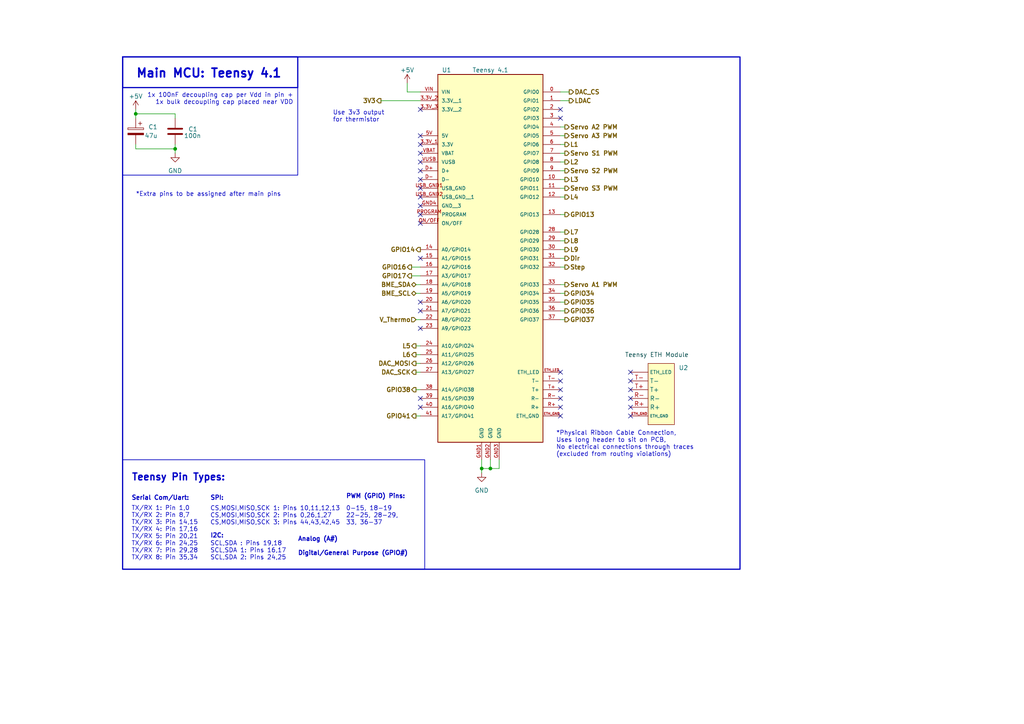
<source format=kicad_sch>
(kicad_sch (version 20230121) (generator eeschema)
  (paper "A4")
  (title_block (title "MCU: Teensy 4.1") (date "2023-11-28") (rev "2") (company "Matthew Szalawiga"))
  (lib_symbols
    (symbol "Device:C" (pin_numbers hide) (pin_names (offset 0.254))
      (property "Reference" "C" (at 0.635 2.54 0))
      (property "Value" "C" (at 0.635 -2.54 0))
      (symbol "C_0_1"
        (polyline (pts (xy -2.032 -0.762) (xy 2.032 -0.762)) (stroke (width 0.508)))
        (polyline (pts (xy -2.032 0.762) (xy 2.032 0.762)) (stroke (width 0.508)))
      )
      (symbol "C_1_1"
        (pin passive line (at 0 3.81 270) (length 2.794) (name "~") (number "1"))
        (pin passive line (at 0 -3.81 90) (length 2.794) (name "~") (number "2"))
      )
    )
    (symbol "Device:C_Polarized" (pin_numbers hide) (pin_names (offset 0.254))
      (property "Reference" "C" (at 0.635 2.54 0))
      (property "Value" "C_Polarized" (at 0.635 -2.54 0))
      (symbol "C_Polarized_0_1"
        (rectangle (start -2.286 0.508) (end 2.286 1.016))
        (polyline (pts (xy -1.778 2.286) (xy -0.762 2.286)))
        (polyline (pts (xy -1.27 2.794) (xy -1.27 1.778)))
        (rectangle (start 2.286 -0.508) (end -2.286 -1.016) (fill (type outline)))
      )
      (symbol "C_Polarized_1_1"
        (pin passive line (at 0 3.81 270) (length 2.794) (name "~") (number "1"))
        (pin passive line (at 0 -3.81 90) (length 2.794) (name "~") (number "2"))
      )
    )
    (symbol "Schematic_Lib:Teensy_ETH_Module"
      (property "Reference" "U" (at 5.08 -15.24 0))
      (symbol "Teensy_ETH_Module_0_1"
        (rectangle (start -5.08 0) (end 2.54 -17.78) (fill (type background)))
        (text "Teensy ETH Module" (at -2.54 2.54 0) (effects (font (size 1.27 1.27))))
      )
      (symbol "Teensy_ETH_Module_1_1"
        (pin input line (at -10.16 -2.54 0) (length 5.08) (name "ETH_LED") (number ""))
        (pin input line (at -10.16 -15.24 0) (length 5.08) (name "ETH_GND") (number "ETH_GND"))
        (pin bidirectional line (at -10.16 -12.7 0) (length 5.08) (name "R+") (number "R+"))
        (pin bidirectional line (at -10.16 -10.16 0) (length 5.08) (name "R-") (number "R-"))
        (pin bidirectional line (at -10.16 -7.62 0) (length 5.08) (name "T+") (number "T+"))
        (pin bidirectional line (at -10.16 -5.08 0) (length 5.08) (name "T-") (number "T-"))
      )
    )
    (symbol "Teensy4-1:DEV-16771" (pin_names (offset 1.016))
      (property "Reference" "U1" (at 0 54.61 0))
      (property "Value" "Teensy 4.1" (at 0 52.07 0))
      (symbol "DEV-16771_0_0"
        (rectangle (start -15.24 50.8) (end 15.24 -55.88) (stroke (width 0.254)) (fill (type background)))
        (pin bidirectional line (at 20.32 45.72 180) (length 5.08) (name "GPIO0") (number "0"))
        (pin bidirectional line (at 20.32 43.18 180) (length 5.08) (name "GPIO1") (number "1"))
        (pin bidirectional line (at 20.32 20.32 180) (length 5.08) (name "GPIO10") (number "10"))
        (pin bidirectional line (at 20.32 17.78 180) (length 5.08) (name "GPIO11") (number "11"))
        (pin bidirectional line (at 20.32 15.24 180) (length 5.08) (name "GPIO12") (number "12"))
        (pin bidirectional line (at 20.32 10.16 180) (length 5.08) (name "GPIO13") (number "13"))
        (pin bidirectional line (at -20.32 0 0) (length 5.08) (name "A0/GPIO14") (number "14"))
        (pin bidirectional line (at -20.32 -2.54 0) (length 5.08) (name "A1/GPIO15") (number "15"))
        (pin bidirectional line (at -20.32 -5.08 0) (length 5.08) (name "A2/GPIO16") (number "16"))
        (pin bidirectional line (at -20.32 -7.62 0) (length 5.08) (name "A3/GPIO17") (number "17"))
        (pin bidirectional line (at -20.32 -10.16 0) (length 5.08) (name "A4/GPIO18") (number "18"))
        (pin bidirectional line (at -20.32 -12.7 0) (length 5.08) (name "A5/GPIO19") (number "19"))
        (pin output line (at 20.32 40.64 180) (length 5.08) (name "GPIO2") (number "2"))
        (pin bidirectional line (at -20.32 -15.24 0) (length 5.08) (name "A6/GPIO20") (number "20"))
        (pin bidirectional line (at -20.32 -17.78 0) (length 5.08) (name "A7/GPIO21") (number "21"))
        (pin bidirectional line (at -20.32 -20.32 0) (length 5.08) (name "A8/GPIO22") (number "22"))
        (pin bidirectional line (at -20.32 -22.86 0) (length 5.08) (name "A9/GPIO23") (number "23"))
        (pin bidirectional line (at -20.32 -27.94 0) (length 5.08) (name "A10/GPIO24") (number "24"))
        (pin bidirectional line (at -20.32 -30.48 0) (length 5.08) (name "A11/GPIO25") (number "25"))
        (pin bidirectional line (at -20.32 -33.02 0) (length 5.08) (name "A12/GPIO26") (number "26"))
        (pin bidirectional line (at -20.32 -35.56 0) (length 5.08) (name "A13/GPIO27") (number "27"))
        (pin bidirectional line (at 20.32 5.08 180) (length 5.08) (name "GPIO28") (number "28"))
        (pin bidirectional line (at 20.32 2.54 180) (length 5.08) (name "GPIO29") (number "29"))
        (pin bidirectional line (at 20.32 38.1 180) (length 5.08) (name "GPIO3") (number "3"))
        (pin power_in line (at -20.32 30.48 0) (length 5.08) (name "3.3V") (number "3.3V_1"))
        (pin power_out line (at -20.32 43.18 0) (length 5.08) (name "3.3V__1") (number "3.3V_2"))
        (pin power_out line (at -20.32 40.64 0) (length 5.08) (name "3.3V__2") (number "3.3V_3"))
        (pin bidirectional line (at 20.32 0 180) (length 5.08) (name "GPIO30") (number "30"))
        (pin bidirectional line (at 20.32 -2.54 180) (length 5.08) (name "GPIO31") (number "31"))
        (pin bidirectional line (at 20.32 -5.08 180) (length 5.08) (name "GPIO32") (number "32"))
        (pin bidirectional line (at 20.32 -10.16 180) (length 5.08) (name "GPIO33") (number "33"))
        (pin bidirectional line (at 20.32 -12.7 180) (length 5.08) (name "GPIO34") (number "34"))
        (pin bidirectional line (at 20.32 -15.24 180) (length 5.08) (name "GPIO35") (number "35"))
        (pin bidirectional line (at 20.32 -17.78 180) (length 5.08) (name "GPIO36") (number "36"))
        (pin bidirectional line (at 20.32 -20.32 180) (length 5.08) (name "GPIO37") (number "37"))
        (pin bidirectional line (at -20.32 -40.64 0) (length 5.08) (name "A14/GPIO38") (number "38"))
        (pin bidirectional line (at -20.32 -43.18 0) (length 5.08) (name "A15/GPIO39") (number "39"))
        (pin bidirectional line (at 20.32 35.56 180) (length 5.08) (name "GPIO4") (number "4"))
        (pin bidirectional line (at -20.32 -45.72 0) (length 5.08) (name "A16/GPIO40") (number "40"))
        (pin bidirectional line (at -20.32 -48.26 0) (length 5.08) (name "A17/GPIO41") (number "41"))
        (pin bidirectional line (at 20.32 33.02 180) (length 5.08) (name "GPIO5") (number "5"))
        (pin power_in line (at -20.32 33.02 0) (length 5.08) (name "5V") (number "5V"))
        (pin bidirectional line (at 20.32 30.48 180) (length 5.08) (name "GPIO6") (number "6"))
        (pin bidirectional line (at 20.32 27.94 180) (length 5.08) (name "GPIO7") (number "7"))
        (pin bidirectional line (at 20.32 25.4 180) (length 5.08) (name "GPIO8") (number "8"))
        (pin bidirectional line (at 20.32 22.86 180) (length 5.08) (name "GPIO9") (number "9"))
        (pin bidirectional line (at -20.32 22.86 0) (length 5.08) (name "D+") (number "D+"))
        (pin bidirectional line (at -20.32 20.32 0) (length 5.08) (name "D-") (number "D-"))
        (pin power_in line (at 20.32 -48.26 180) (length 5.08) (name "ETH_GND") (number "ETH_GND"))
        (pin bidirectional line (at 20.32 -35.56 180) (length 5.08) (name "ETH_LED") (number "ETH_LED"))
        (pin power_in line (at -2.54 -60.96 90) (length 5.08) (name "GND") (number "GND1"))
        (pin power_in line (at 0 -60.96 90) (length 5.08) (name "GND") (number "GND2"))
        (pin power_in line (at 2.54 -60.96 90) (length 5.08) (name "GND") (number "GND3"))
        (pin power_in line (at -20.32 12.7 0) (length 5.08) (name "GND__3") (number "GND4"))
        (pin bidirectional line (at -20.32 7.62 0) (length 5.08) (name "ON/OFF") (number "ON/OFF"))
        (pin bidirectional line (at -20.32 10.16 0) (length 5.08) (name "PROGRAM") (number "PROGRAM"))
        (pin bidirectional line (at 20.32 -45.72 180) (length 5.08) (name "R+") (number "R+"))
        (pin bidirectional line (at 20.32 -43.18 180) (length 5.08) (name "R-") (number "R-"))
        (pin bidirectional line (at 20.32 -40.64 180) (length 5.08) (name "T+") (number "T+"))
        (pin bidirectional line (at 20.32 -38.1 180) (length 5.08) (name "T-") (number "T-"))
        (pin power_in line (at -20.32 17.78 0) (length 5.08) (name "USB_GND") (number "USB_GND1"))
        (pin power_in line (at -20.32 15.24 0) (length 5.08) (name "USB_GND__1") (number "USB_GND2"))
        (pin passive line (at -20.32 27.94 0) (length 5.08) (name "VBAT") (number "VBAT"))
        (pin input line (at -20.32 45.72 0) (length 5.08) (name "VIN") (number "VIN"))
        (pin passive line (at -20.32 25.4 0) (length 5.08) (name "VUSB") (number "VUSB"))
      )
    )
    (symbol "power:+5V" (power) (pin_names (offset 0))
      (property "Value" "+5V" (at 0 3.556 0))
      (symbol "+5V_0_1"
        (polyline (pts (xy -0.762 1.27) (xy 0 2.54)))
        (polyline (pts (xy 0 0) (xy 0 2.54)))
        (polyline (pts (xy 0 2.54) (xy 0.762 1.27)))
      )
      (symbol "+5V_1_1"
        (pin power_in line (at 0 0 90) (length 0) hide (name "+5V") (number "1"))
      )
    )
    (symbol "power:GND" (power) (pin_names (offset 0))
      (property "Value" "GND" (at 0 -3.81 0))
      (symbol "GND_0_1"
        (polyline (pts (xy 0 0) (xy 0 -1.27) (xy 1.27 -1.27) (xy 0 -2.54) (xy -1.27 -1.27) (xy 0 -1.27)))
      )
      (symbol "GND_1_1"
        (pin power_in line (at 0 0 270) (length 0) hide (name "GND") (number "1"))
      )
    )
  )
  (junction (at 50.8 43.18))
  (junction (at 142.24 135.89))
  (junction (at 139.7 135.89))
  (junction (at 39.37 33.02))
  (no_connect (at 182.88 113.03))
  (no_connect (at 162.56 34.29))
  (no_connect (at 162.56 107.95))
  (no_connect (at 121.92 87.63))
  (no_connect (at 121.92 62.23))
  (no_connect (at 182.88 118.11))
  (no_connect (at 121.92 90.17))
  (no_connect (at 162.56 118.11))
  (no_connect (at 121.92 49.53))
  (no_connect (at 182.88 107.95))
  (no_connect (at 121.92 46.99))
  (no_connect (at 121.92 31.75))
  (no_connect (at 162.56 120.65))
  (no_connect (at 121.92 95.25))
  (no_connect (at 121.92 57.15))
  (no_connect (at 121.92 41.91))
  (no_connect (at 121.92 52.07))
  (no_connect (at 121.92 118.11))
  (no_connect (at 162.56 110.49))
  (no_connect (at 121.92 74.93))
  (no_connect (at 162.56 115.57))
  (no_connect (at 121.92 115.57))
  (no_connect (at 162.56 31.75))
  (no_connect (at 121.92 59.69))
  (no_connect (at 121.92 64.77))
  (no_connect (at 182.88 110.49))
  (no_connect (at 162.56 113.03))
  (no_connect (at 182.88 115.57))
  (no_connect (at 182.88 120.65))
  (no_connect (at 121.92 39.37))
  (no_connect (at 121.92 44.45))
  (no_connect (at 121.92 54.61))
  (wire (pts (xy 50.8 41.91) (xy 50.8 43.18)))
  (wire (pts (xy 142.24 135.89) (xy 139.7 135.89)))
  (wire (pts (xy 39.37 31.75) (xy 39.37 33.02)))
  (wire (pts (xy 50.8 43.18) (xy 50.8 44.45)))
  (wire (pts (xy 163.83 52.07) (xy 162.56 52.07)))
  (wire (pts (xy 120.65 92.71) (xy 121.92 92.71)))
  (wire (pts (xy 120.65 82.55) (xy 121.92 82.55)))
  (wire (pts (xy 120.65 105.41) (xy 121.92 105.41)))
  (wire (pts (xy 144.78 135.89) (xy 142.24 135.89)))
  (wire (pts (xy 163.83 74.93) (xy 162.56 74.93)))
  (wire (pts (xy 163.83 62.23) (xy 162.56 62.23)))
  (wire (pts (xy 139.7 135.89) (xy 139.7 137.16)))
  (wire (pts (xy 163.83 90.17) (xy 162.56 90.17)))
  (wire (pts (xy 163.83 69.85) (xy 162.56 69.85)))
  (wire (pts (xy 163.83 41.91) (xy 162.56 41.91)))
  (wire (pts (xy 119.38 80.01) (xy 121.92 80.01)))
  (wire (pts (xy 120.65 120.65) (xy 121.92 120.65)))
  (wire (pts (xy 120.65 100.33) (xy 121.92 100.33)))
  (wire (pts (xy 110.49 29.21) (xy 121.92 29.21)))
  (wire (pts (xy 163.83 85.09) (xy 162.56 85.09)))
  (wire (pts (xy 163.83 92.71) (xy 162.56 92.71)))
  (wire (pts (xy 163.83 72.39) (xy 162.56 72.39)))
  (wire (pts (xy 118.11 26.67) (xy 118.11 24.13)))
  (wire (pts (xy 119.38 77.47) (xy 121.92 77.47)))
  (wire (pts (xy 163.83 39.37) (xy 162.56 39.37)))
  (wire (pts (xy 142.24 133.35) (xy 142.24 135.89)))
  (wire (pts (xy 144.78 133.35) (xy 144.78 135.89)))
  (wire (pts (xy 120.65 113.03) (xy 121.92 113.03)))
  (wire (pts (xy 163.83 46.99) (xy 162.56 46.99)))
  (wire (pts (xy 120.65 107.95) (xy 121.92 107.95)))
  (wire (pts (xy 50.8 33.02) (xy 50.8 34.29)))
  (wire (pts (xy 163.83 82.55) (xy 162.56 82.55)))
  (wire (pts (xy 120.65 85.09) (xy 121.92 85.09)))
  (wire (pts (xy 121.92 26.67) (xy 118.11 26.67)))
  (wire (pts (xy 139.7 133.35) (xy 139.7 135.89)))
  (wire (pts (xy 39.37 33.02) (xy 50.8 33.02)))
  (wire (pts (xy 163.83 44.45) (xy 162.56 44.45)))
  (wire (pts (xy 39.37 43.18) (xy 50.8 43.18)))
  (wire (pts (xy 39.37 41.91) (xy 39.37 43.18)))
  (wire (pts (xy 163.83 87.63) (xy 162.56 87.63)))
  (wire (pts (xy 163.83 36.83) (xy 162.56 36.83)))
  (wire (pts (xy 163.83 49.53) (xy 162.56 49.53)))
  (wire (pts (xy 163.83 67.31) (xy 162.56 67.31)))
  (wire (pts (xy 120.65 102.87) (xy 121.92 102.87)))
  (wire (pts (xy 163.83 57.15) (xy 162.56 57.15)))
  (wire (pts (xy 165.1 29.21) (xy 162.56 29.21)))
  (wire (pts (xy 163.83 77.47) (xy 162.56 77.47)))
  (wire (pts (xy 165.1 26.67) (xy 162.56 26.67)))
  (wire (pts (xy 163.83 54.61) (xy 162.56 54.61)))
  (wire (pts (xy 39.37 33.02) (xy 39.37 34.29)))
  (rectangle (start 35.56 133.35) (end 123.19 165.1) (stroke (width 0.2)))
  (rectangle (start 35.56 16.51) (end 214.63 165.1) (stroke (width 0.35)))
  (rectangle (start 35.56 25.4) (end 86.36 50.8) (stroke (width 0.2)))
  (rectangle (start 35.56 16.51) (end 86.36 25.4) (stroke (width 0.35)))
  (text "1x 100nF decoupling cap per Vdd in pin +\n1x bulk decoupling cap placed near VDD" (at 85.09 30.48 0) (effects (font (size 1.27 1.27)) (justify right bottom)))
  (text "SCL,SDA : Pins 19,18\nSCL,SDA 1: Pins 16,17\nSCL,SDA 2: Pins 24,25" (at 60.96 162.56 0) (effects (font (size 1.27 1.27)) (justify left bottom)))
  (text "Analog (A#)\n\nDigital/General Purpose (GPIO#)" (at 86.36 161.29 0) (effects (font (size 1.27 1.27) (thickness 0.254) bold) (justify left bottom)))
  (text "*Physical Ribbon Cable Connection, \nUses long header to sit on PCB,\nNo electrical connections through traces \n(excluded from routing violations)\n\n" (at 161.29 134.62 0) (effects (font (size 1.27 1.27)) (justify left bottom)))
  (text "0-15, 18-19\n22-25, 28-29,\n33, 36-37" (at 100.33 152.4 0) (effects (font (size 1.27 1.27)) (justify left bottom)))
  (text "I2C:" (at 60.96 156.21 0) (effects (font (size 1.27 1.27) bold) (justify left bottom)))
  (text "\nTX/RX 1: Pin 1,0\nTX/RX 2: Pin 8,7\nTX/RX 3: Pin 14,15\nTX/RX 4: Pin 17,16\nTX/RX 5: Pin 20,21\nTX/RX 6: Pin 24,25\nTX/RX 7: Pin 29,28\nTX/RX 8: Pin 35,34" (at 38.1 162.56 0) (effects (font (size 1.27 1.27)) (justify left bottom)))
  (text "Serial Com/Uart:\n\n" (at 38.1 147.32 0) (effects (font (size 1.27 1.27) (thickness 0.254) bold) (justify left bottom)))
  (text "Teensy Pin Types:" (at 38.1 139.7 0) (effects (font (size 2 2) (thickness 0.4) bold) (justify left bottom)))
  (text "*Extra pins to be assigned after main pins" (at 39.37 57.15 0) (effects (font (size 1.27 1.27)) (justify left bottom)))
  (text "Use 3v3 output\nfor thermistor\n" (at 96.52 35.56 0) (effects (font (size 1.27 1.27)) (justify left bottom)))
  (text "Main MCU: Teensy 4.1" (at 39.37 22.86 0) (effects (font (size 2.5 2.5) bold) (justify left bottom)))
  (text "CS,MOSI,MISO,SCK 1: Pins 10,11,12,13\nCS,MOSI,MISO,SCK 2: Pins 0,26,1,27\nCS,MOSI,MISO,SCK 3: Pins 44,43,42,45" (at 60.96 152.4 0) (effects (font (size 1.27 1.27)) (justify left bottom)))
  (text "PWM (GPIO) Pins:" (at 100.33 144.78 0) (effects (font (size 1.27 1.27) bold) (justify left bottom)))
  (text "SPI:\n\n" (at 60.96 147.32 0) (effects (font (size 1.27 1.27) (thickness 0.254) bold) (justify left bottom)))
  (hierarchical_label "LDAC" (shape output) (at 165.1 29.21 0) (effects (font bold)))
  (hierarchical_label "BME_SDA" (shape bidirectional) (at 120.65 82.55 180) (effects (font (thickness 0.254) bold)))
  (hierarchical_label "DAC_CS" (shape output) (at 165.1 26.67 0) (effects (font bold)))
  (hierarchical_label "Servo A1 PWM" (shape output) (at 163.83 82.55 0) (effects (font bold)))
  (hierarchical_label "Servo S2 PWM" (shape output) (at 163.83 49.53 0) (effects (font bold)))
  (hierarchical_label "Dir" (shape output) (at 163.83 74.93 0) (effects (font bold)))
  (hierarchical_label "GPIO37" (shape output) (at 163.83 92.71 0) (effects (font (thickness 0.254) bold)))
  (hierarchical_label "Servo S1 PWM" (shape output) (at 163.83 44.45 0) (effects (font bold)))
  (hierarchical_label "L4" (shape output) (at 163.83 57.15 0) (effects (font (thickness 0.254) bold)))
  (hierarchical_label "L6" (shape output) (at 120.65 102.87 180) (effects (font (thickness 0.254) bold)))
  (hierarchical_label "GPIO38" (shape output) (at 120.65 113.03 180) (effects (font (thickness 0.254) bold)))
  (hierarchical_label "GPIO17" (shape output) (at 119.38 80.01 180) (effects (font (thickness 0.254) bold)))
  (hierarchical_label "Servo S3 PWM" (shape output) (at 163.83 54.61 0) (effects (font bold)))
  (hierarchical_label "Servo A3 PWM" (shape output) (at 163.83 39.37 0) (effects (font bold)))
  (hierarchical_label "L9" (shape output) (at 163.83 72.39 0) (effects (font (thickness 0.254) bold)))
  (hierarchical_label "Step" (shape output) (at 163.83 77.47 0) (effects (font bold)))
  (hierarchical_label "DAC_MOSI" (shape output) (at 120.65 105.41 180) (effects (font bold)))
  (hierarchical_label "GPIO13" (shape output) (at 163.83 62.23 0) (effects (font (thickness 0.254) bold)))
  (hierarchical_label "3V3" (shape output) (at 110.49 29.21 180) (effects (font bold)))
  (hierarchical_label "BME_SCL" (shape bidirectional) (at 120.65 85.09 180) (effects (font (thickness 0.254) bold)))
  (hierarchical_label "L5" (shape output) (at 120.65 100.33 180) (effects (font (thickness 0.254) bold)))
  (hierarchical_label "V_Thermo" (shape input) (at 120.65 92.71 180) (effects (font (thickness 0.254) bold)))
  (hierarchical_label "GPIO14" (shape output) (at 121.92 72.39 180) (effects (font (thickness 0.254) bold)))
  (hierarchical_label "L2" (shape output) (at 163.83 46.99 0) (effects (font (thickness 0.254) bold)))
  (hierarchical_label "GPIO36" (shape output) (at 163.83 90.17 0) (effects (font (thickness 0.254) bold)))
  (hierarchical_label "L3" (shape output) (at 163.83 52.07 0) (effects (font (thickness 0.254) bold)))
  (hierarchical_label "GPIO16" (shape output) (at 119.38 77.47 180) (effects (font (thickness 0.254) bold)))
  (hierarchical_label "GPIO35" (shape output) (at 163.83 87.63 0) (effects (font (thickness 0.254) bold)))
  (hierarchical_label "L8" (shape output) (at 163.83 69.85 0) (effects (font (thickness 0.254) bold)))
  (hierarchical_label "GPIO41" (shape output) (at 120.65 120.65 180) (effects (font (thickness 0.254) bold)))
  (hierarchical_label "Servo A2 PWM" (shape output) (at 163.83 36.83 0) (effects (font bold)))
  (hierarchical_label "L1" (shape output) (at 163.83 41.91 0) (effects (font (thickness 0.254) bold)))
  (hierarchical_label "DAC_SCK" (shape output) (at 120.65 107.95 180) (effects (font bold)))
  (hierarchical_label "L7" (shape output) (at 163.83 67.31 0) (effects (font (thickness 0.254) bold)))
  (hierarchical_label "GPIO34" (shape output) (at 163.83 85.09 0) (effects (font (thickness 0.254) bold)))
  (symbol (lib_id "power:GND") (at 50.8 44.45 0) (mirror y) (unit 1)
    (property "Reference" "#PWR030" (effects hide))
    (property "Value" "GND" (at 50.8 49.53 0))
  )
  (symbol (lib_id "Device:C") (at 50.8 38.1 0) (unit 1)
    (property "Reference" "C1" (at 54.61 37.465 0) (effects (justify left)))
    (property "Value" "100n" (at 53.34 39.37 0) (effects (justify left)))
    (property "Footprint" "Capacitor_THT:C_Disc_D5.1mm_W3.2mm_P5.00mm" (effects hide))
    (instances (project "PayloadPcbRev2" (path "" (reference "C1") (unit 1)) (path "" (reference "C2") (unit 1))))
  )
  (symbol (lib_id "power:+5V") (at 118.11 24.13 0) (unit 1)
    (property "Reference" "#PWR013" (effects hide))
    (property "Value" "+5V" (at 118.11 20.32 0))
    (instances (project "PayloadPcbRev2" (path "" (reference "#PWR013") (unit 1)) (path "" (reference "#PWR025") (unit 1)) (path "" (reference "#PWR028") (unit 1))))
  )
  (symbol (lib_id "Device:C_Polarized") (at 39.37 38.1 0) (mirror y) (unit 1)
    (property "Reference" "C1" (at 45.72 36.83 0) (effects (justify left)))
    (property "Value" "47u" (at 45.72 39.37 0) (effects (justify left)))
    (property "Footprint" "Capacitor_THT:CP_Radial_D6.3mm_P2.50mm" (effects hide))
  )
  (symbol (lib_id "power:+5V") (at 39.37 31.75 0) (mirror y) (unit 1)
    (property "Reference" "#PWR013" (effects hide))
    (property "Value" "+5V" (at 39.37 27.94 0))
    (instances (project "PayloadPcbRev2" (path "" (reference "#PWR013") (unit 1)) (path "" (reference "#PWR025") (unit 1)) (path "" (reference "#PWR029") (unit 1))))
  )
  (symbol (lib_id "power:GND") (at 139.7 137.16 0) (unit 1)
    (property "Reference" "#PWR01" (effects hide))
    (property "Value" "GND" (at 139.7 142.24 0))
  )
  (symbol (lib_id "Schematic_Lib:Teensy_ETH_Module") (at 193.04 105.41 0) (unit 1)
    (property "Reference" "U2" (at 196.85 106.68 0) (effects (justify left)))
    (property "Value" "Teensy ETH Module Connnector" (effects hide))
    (property "Footprint" "Connector_PinSocket_2.00mm:PinSocket_2x03_P2.00mm_Vertical" (effects hide))
  )
  (symbol (lib_id "Teensy4-1:DEV-16771") (at 142.24 72.39 0) (unit 1)
    (property "Reference" "U1" (at 129.54 20.32 0))
    (property "Value" "Teensy 4.1" (at 142.24 20.32 0))
    (property "Footprint" "Footprint_LIB:Teensy4-1" (effects hide))
    (property "PARTREV" "4.1" (effects hide))
    (property "MANUFACTURER" "SparkFun Electronics" (effects hide))
    (property "MAXIMUM_PACKAGE_HEIGHT" "4.07mm" (effects hide))
    (property "STANDARD" "Manufacturer recommendations" (effects hide))
  )
)
</source>
